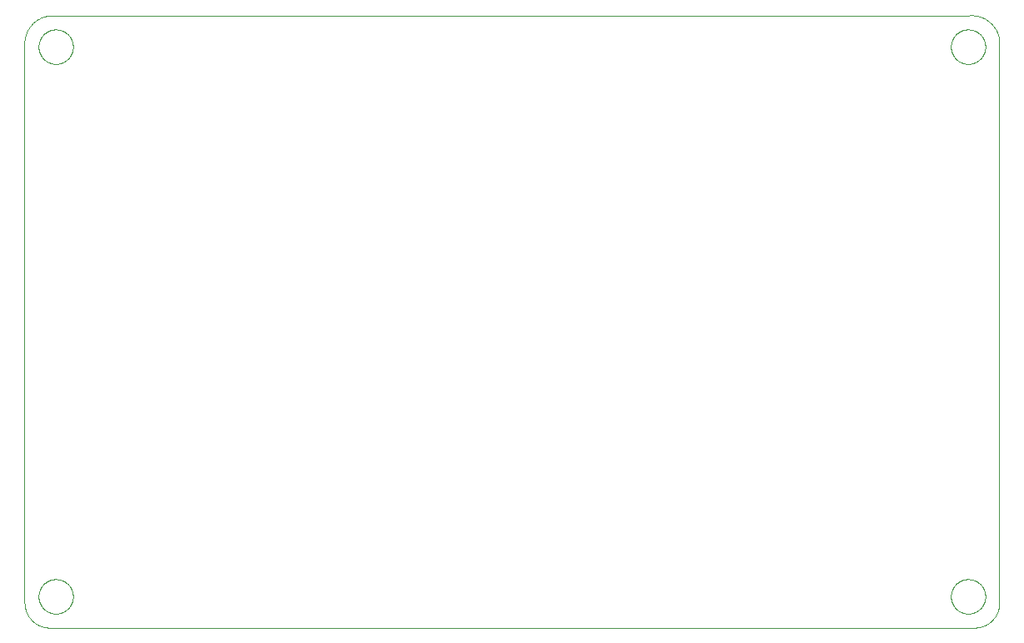
<source format=gbo>
G75*
%MOIN*%
%OFA0B0*%
%FSLAX25Y25*%
%IPPOS*%
%LPD*%
%AMOC8*
5,1,8,0,0,1.08239X$1,22.5*
%
%ADD10C,0.00000*%
D10*
X0031197Y0021379D02*
X0401197Y0021379D01*
X0401439Y0021382D01*
X0401680Y0021391D01*
X0401921Y0021405D01*
X0402162Y0021426D01*
X0402402Y0021452D01*
X0402642Y0021484D01*
X0402881Y0021522D01*
X0403118Y0021565D01*
X0403355Y0021615D01*
X0403590Y0021670D01*
X0403824Y0021730D01*
X0404056Y0021797D01*
X0404287Y0021868D01*
X0404516Y0021946D01*
X0404743Y0022029D01*
X0404968Y0022117D01*
X0405191Y0022211D01*
X0405411Y0022310D01*
X0405629Y0022415D01*
X0405844Y0022524D01*
X0406057Y0022639D01*
X0406267Y0022759D01*
X0406473Y0022884D01*
X0406677Y0023014D01*
X0406878Y0023149D01*
X0407075Y0023289D01*
X0407269Y0023433D01*
X0407459Y0023582D01*
X0407645Y0023736D01*
X0407828Y0023894D01*
X0408007Y0024056D01*
X0408182Y0024223D01*
X0408353Y0024394D01*
X0408520Y0024569D01*
X0408682Y0024748D01*
X0408840Y0024931D01*
X0408994Y0025117D01*
X0409143Y0025307D01*
X0409287Y0025501D01*
X0409427Y0025698D01*
X0409562Y0025899D01*
X0409692Y0026103D01*
X0409817Y0026309D01*
X0409937Y0026519D01*
X0410052Y0026732D01*
X0410161Y0026947D01*
X0410266Y0027165D01*
X0410365Y0027385D01*
X0410459Y0027608D01*
X0410547Y0027833D01*
X0410630Y0028060D01*
X0410708Y0028289D01*
X0410779Y0028520D01*
X0410846Y0028752D01*
X0410906Y0028986D01*
X0410961Y0029221D01*
X0411011Y0029458D01*
X0411054Y0029695D01*
X0411092Y0029934D01*
X0411124Y0030174D01*
X0411150Y0030414D01*
X0411171Y0030655D01*
X0411185Y0030896D01*
X0411194Y0031137D01*
X0411197Y0031379D01*
X0411197Y0256379D01*
X0411163Y0256650D01*
X0411123Y0256921D01*
X0411077Y0257191D01*
X0411024Y0257459D01*
X0410964Y0257726D01*
X0410898Y0257991D01*
X0410826Y0258255D01*
X0410747Y0258517D01*
X0410662Y0258777D01*
X0410571Y0259035D01*
X0410473Y0259290D01*
X0410370Y0259544D01*
X0410260Y0259794D01*
X0410144Y0260042D01*
X0410022Y0260287D01*
X0409895Y0260529D01*
X0409762Y0260768D01*
X0409622Y0261003D01*
X0409478Y0261235D01*
X0409327Y0261464D01*
X0409171Y0261689D01*
X0409010Y0261910D01*
X0408844Y0262127D01*
X0408672Y0262340D01*
X0408495Y0262548D01*
X0408314Y0262753D01*
X0408127Y0262953D01*
X0407935Y0263148D01*
X0407739Y0263339D01*
X0407539Y0263525D01*
X0407334Y0263706D01*
X0407124Y0263882D01*
X0406911Y0264052D01*
X0406693Y0264218D01*
X0406471Y0264378D01*
X0406246Y0264533D01*
X0406017Y0264683D01*
X0405784Y0264827D01*
X0405548Y0264965D01*
X0405309Y0265097D01*
X0405066Y0265224D01*
X0404821Y0265345D01*
X0404573Y0265460D01*
X0404322Y0265568D01*
X0404068Y0265671D01*
X0403812Y0265768D01*
X0403554Y0265858D01*
X0403294Y0265942D01*
X0403032Y0266020D01*
X0402767Y0266091D01*
X0402502Y0266156D01*
X0402235Y0266214D01*
X0401966Y0266266D01*
X0401696Y0266312D01*
X0401426Y0266351D01*
X0401154Y0266383D01*
X0400882Y0266409D01*
X0400609Y0266429D01*
X0400336Y0266441D01*
X0400062Y0266447D01*
X0399789Y0266447D01*
X0399515Y0266440D01*
X0399242Y0266426D01*
X0398969Y0266406D01*
X0398697Y0266379D01*
X0031197Y0266379D01*
X0030921Y0266345D01*
X0030647Y0266304D01*
X0030373Y0266256D01*
X0030100Y0266202D01*
X0029829Y0266141D01*
X0029560Y0266074D01*
X0029292Y0265999D01*
X0029026Y0265919D01*
X0028763Y0265832D01*
X0028501Y0265738D01*
X0028242Y0265638D01*
X0027985Y0265532D01*
X0027731Y0265419D01*
X0027480Y0265300D01*
X0027232Y0265175D01*
X0026987Y0265044D01*
X0026745Y0264907D01*
X0026507Y0264764D01*
X0026272Y0264616D01*
X0026042Y0264461D01*
X0025814Y0264301D01*
X0025591Y0264136D01*
X0025372Y0263965D01*
X0025158Y0263788D01*
X0024947Y0263607D01*
X0024742Y0263420D01*
X0024540Y0263229D01*
X0024344Y0263032D01*
X0024152Y0262831D01*
X0023966Y0262625D01*
X0023785Y0262415D01*
X0023608Y0262200D01*
X0023437Y0261981D01*
X0023272Y0261758D01*
X0023112Y0261531D01*
X0022958Y0261300D01*
X0022809Y0261065D01*
X0022666Y0260826D01*
X0022530Y0260585D01*
X0022399Y0260340D01*
X0022274Y0260092D01*
X0022155Y0259840D01*
X0022043Y0259586D01*
X0021936Y0259330D01*
X0021836Y0259071D01*
X0021743Y0258809D01*
X0021656Y0258545D01*
X0021575Y0258279D01*
X0021501Y0258012D01*
X0021434Y0257742D01*
X0021373Y0257471D01*
X0021319Y0257198D01*
X0021271Y0256925D01*
X0021231Y0256650D01*
X0021197Y0256374D01*
X0021170Y0256098D01*
X0021149Y0255821D01*
X0021136Y0255543D01*
X0021129Y0255266D01*
X0021129Y0254988D01*
X0021136Y0254710D01*
X0021149Y0254433D01*
X0021170Y0254155D01*
X0021197Y0253879D01*
X0021197Y0031379D01*
X0021200Y0031137D01*
X0021209Y0030896D01*
X0021223Y0030655D01*
X0021244Y0030414D01*
X0021270Y0030174D01*
X0021302Y0029934D01*
X0021340Y0029695D01*
X0021383Y0029458D01*
X0021433Y0029221D01*
X0021488Y0028986D01*
X0021548Y0028752D01*
X0021615Y0028520D01*
X0021686Y0028289D01*
X0021764Y0028060D01*
X0021847Y0027833D01*
X0021935Y0027608D01*
X0022029Y0027385D01*
X0022128Y0027165D01*
X0022233Y0026947D01*
X0022342Y0026732D01*
X0022457Y0026519D01*
X0022577Y0026309D01*
X0022702Y0026103D01*
X0022832Y0025899D01*
X0022967Y0025698D01*
X0023107Y0025501D01*
X0023251Y0025307D01*
X0023400Y0025117D01*
X0023554Y0024931D01*
X0023712Y0024748D01*
X0023874Y0024569D01*
X0024041Y0024394D01*
X0024212Y0024223D01*
X0024387Y0024056D01*
X0024566Y0023894D01*
X0024749Y0023736D01*
X0024935Y0023582D01*
X0025125Y0023433D01*
X0025319Y0023289D01*
X0025516Y0023149D01*
X0025717Y0023014D01*
X0025921Y0022884D01*
X0026127Y0022759D01*
X0026337Y0022639D01*
X0026550Y0022524D01*
X0026765Y0022415D01*
X0026983Y0022310D01*
X0027203Y0022211D01*
X0027426Y0022117D01*
X0027651Y0022029D01*
X0027878Y0021946D01*
X0028107Y0021868D01*
X0028338Y0021797D01*
X0028570Y0021730D01*
X0028804Y0021670D01*
X0029039Y0021615D01*
X0029276Y0021565D01*
X0029513Y0021522D01*
X0029752Y0021484D01*
X0029992Y0021452D01*
X0030232Y0021426D01*
X0030473Y0021405D01*
X0030714Y0021391D01*
X0030955Y0021382D01*
X0031197Y0021379D01*
X0026807Y0033879D02*
X0026809Y0034048D01*
X0026815Y0034217D01*
X0026826Y0034386D01*
X0026840Y0034554D01*
X0026859Y0034722D01*
X0026882Y0034890D01*
X0026908Y0035057D01*
X0026939Y0035223D01*
X0026974Y0035389D01*
X0027013Y0035553D01*
X0027057Y0035717D01*
X0027104Y0035879D01*
X0027155Y0036040D01*
X0027210Y0036200D01*
X0027269Y0036359D01*
X0027331Y0036516D01*
X0027398Y0036671D01*
X0027469Y0036825D01*
X0027543Y0036977D01*
X0027621Y0037127D01*
X0027702Y0037275D01*
X0027787Y0037421D01*
X0027876Y0037565D01*
X0027968Y0037707D01*
X0028064Y0037846D01*
X0028163Y0037983D01*
X0028265Y0038118D01*
X0028371Y0038250D01*
X0028480Y0038379D01*
X0028592Y0038506D01*
X0028707Y0038630D01*
X0028825Y0038751D01*
X0028946Y0038869D01*
X0029070Y0038984D01*
X0029197Y0039096D01*
X0029326Y0039205D01*
X0029458Y0039311D01*
X0029593Y0039413D01*
X0029730Y0039512D01*
X0029869Y0039608D01*
X0030011Y0039700D01*
X0030155Y0039789D01*
X0030301Y0039874D01*
X0030449Y0039955D01*
X0030599Y0040033D01*
X0030751Y0040107D01*
X0030905Y0040178D01*
X0031060Y0040245D01*
X0031217Y0040307D01*
X0031376Y0040366D01*
X0031536Y0040421D01*
X0031697Y0040472D01*
X0031859Y0040519D01*
X0032023Y0040563D01*
X0032187Y0040602D01*
X0032353Y0040637D01*
X0032519Y0040668D01*
X0032686Y0040694D01*
X0032854Y0040717D01*
X0033022Y0040736D01*
X0033190Y0040750D01*
X0033359Y0040761D01*
X0033528Y0040767D01*
X0033697Y0040769D01*
X0033866Y0040767D01*
X0034035Y0040761D01*
X0034204Y0040750D01*
X0034372Y0040736D01*
X0034540Y0040717D01*
X0034708Y0040694D01*
X0034875Y0040668D01*
X0035041Y0040637D01*
X0035207Y0040602D01*
X0035371Y0040563D01*
X0035535Y0040519D01*
X0035697Y0040472D01*
X0035858Y0040421D01*
X0036018Y0040366D01*
X0036177Y0040307D01*
X0036334Y0040245D01*
X0036489Y0040178D01*
X0036643Y0040107D01*
X0036795Y0040033D01*
X0036945Y0039955D01*
X0037093Y0039874D01*
X0037239Y0039789D01*
X0037383Y0039700D01*
X0037525Y0039608D01*
X0037664Y0039512D01*
X0037801Y0039413D01*
X0037936Y0039311D01*
X0038068Y0039205D01*
X0038197Y0039096D01*
X0038324Y0038984D01*
X0038448Y0038869D01*
X0038569Y0038751D01*
X0038687Y0038630D01*
X0038802Y0038506D01*
X0038914Y0038379D01*
X0039023Y0038250D01*
X0039129Y0038118D01*
X0039231Y0037983D01*
X0039330Y0037846D01*
X0039426Y0037707D01*
X0039518Y0037565D01*
X0039607Y0037421D01*
X0039692Y0037275D01*
X0039773Y0037127D01*
X0039851Y0036977D01*
X0039925Y0036825D01*
X0039996Y0036671D01*
X0040063Y0036516D01*
X0040125Y0036359D01*
X0040184Y0036200D01*
X0040239Y0036040D01*
X0040290Y0035879D01*
X0040337Y0035717D01*
X0040381Y0035553D01*
X0040420Y0035389D01*
X0040455Y0035223D01*
X0040486Y0035057D01*
X0040512Y0034890D01*
X0040535Y0034722D01*
X0040554Y0034554D01*
X0040568Y0034386D01*
X0040579Y0034217D01*
X0040585Y0034048D01*
X0040587Y0033879D01*
X0040585Y0033710D01*
X0040579Y0033541D01*
X0040568Y0033372D01*
X0040554Y0033204D01*
X0040535Y0033036D01*
X0040512Y0032868D01*
X0040486Y0032701D01*
X0040455Y0032535D01*
X0040420Y0032369D01*
X0040381Y0032205D01*
X0040337Y0032041D01*
X0040290Y0031879D01*
X0040239Y0031718D01*
X0040184Y0031558D01*
X0040125Y0031399D01*
X0040063Y0031242D01*
X0039996Y0031087D01*
X0039925Y0030933D01*
X0039851Y0030781D01*
X0039773Y0030631D01*
X0039692Y0030483D01*
X0039607Y0030337D01*
X0039518Y0030193D01*
X0039426Y0030051D01*
X0039330Y0029912D01*
X0039231Y0029775D01*
X0039129Y0029640D01*
X0039023Y0029508D01*
X0038914Y0029379D01*
X0038802Y0029252D01*
X0038687Y0029128D01*
X0038569Y0029007D01*
X0038448Y0028889D01*
X0038324Y0028774D01*
X0038197Y0028662D01*
X0038068Y0028553D01*
X0037936Y0028447D01*
X0037801Y0028345D01*
X0037664Y0028246D01*
X0037525Y0028150D01*
X0037383Y0028058D01*
X0037239Y0027969D01*
X0037093Y0027884D01*
X0036945Y0027803D01*
X0036795Y0027725D01*
X0036643Y0027651D01*
X0036489Y0027580D01*
X0036334Y0027513D01*
X0036177Y0027451D01*
X0036018Y0027392D01*
X0035858Y0027337D01*
X0035697Y0027286D01*
X0035535Y0027239D01*
X0035371Y0027195D01*
X0035207Y0027156D01*
X0035041Y0027121D01*
X0034875Y0027090D01*
X0034708Y0027064D01*
X0034540Y0027041D01*
X0034372Y0027022D01*
X0034204Y0027008D01*
X0034035Y0026997D01*
X0033866Y0026991D01*
X0033697Y0026989D01*
X0033528Y0026991D01*
X0033359Y0026997D01*
X0033190Y0027008D01*
X0033022Y0027022D01*
X0032854Y0027041D01*
X0032686Y0027064D01*
X0032519Y0027090D01*
X0032353Y0027121D01*
X0032187Y0027156D01*
X0032023Y0027195D01*
X0031859Y0027239D01*
X0031697Y0027286D01*
X0031536Y0027337D01*
X0031376Y0027392D01*
X0031217Y0027451D01*
X0031060Y0027513D01*
X0030905Y0027580D01*
X0030751Y0027651D01*
X0030599Y0027725D01*
X0030449Y0027803D01*
X0030301Y0027884D01*
X0030155Y0027969D01*
X0030011Y0028058D01*
X0029869Y0028150D01*
X0029730Y0028246D01*
X0029593Y0028345D01*
X0029458Y0028447D01*
X0029326Y0028553D01*
X0029197Y0028662D01*
X0029070Y0028774D01*
X0028946Y0028889D01*
X0028825Y0029007D01*
X0028707Y0029128D01*
X0028592Y0029252D01*
X0028480Y0029379D01*
X0028371Y0029508D01*
X0028265Y0029640D01*
X0028163Y0029775D01*
X0028064Y0029912D01*
X0027968Y0030051D01*
X0027876Y0030193D01*
X0027787Y0030337D01*
X0027702Y0030483D01*
X0027621Y0030631D01*
X0027543Y0030781D01*
X0027469Y0030933D01*
X0027398Y0031087D01*
X0027331Y0031242D01*
X0027269Y0031399D01*
X0027210Y0031558D01*
X0027155Y0031718D01*
X0027104Y0031879D01*
X0027057Y0032041D01*
X0027013Y0032205D01*
X0026974Y0032369D01*
X0026939Y0032535D01*
X0026908Y0032701D01*
X0026882Y0032868D01*
X0026859Y0033036D01*
X0026840Y0033204D01*
X0026826Y0033372D01*
X0026815Y0033541D01*
X0026809Y0033710D01*
X0026807Y0033879D01*
X0026807Y0253879D02*
X0026809Y0254048D01*
X0026815Y0254217D01*
X0026826Y0254386D01*
X0026840Y0254554D01*
X0026859Y0254722D01*
X0026882Y0254890D01*
X0026908Y0255057D01*
X0026939Y0255223D01*
X0026974Y0255389D01*
X0027013Y0255553D01*
X0027057Y0255717D01*
X0027104Y0255879D01*
X0027155Y0256040D01*
X0027210Y0256200D01*
X0027269Y0256359D01*
X0027331Y0256516D01*
X0027398Y0256671D01*
X0027469Y0256825D01*
X0027543Y0256977D01*
X0027621Y0257127D01*
X0027702Y0257275D01*
X0027787Y0257421D01*
X0027876Y0257565D01*
X0027968Y0257707D01*
X0028064Y0257846D01*
X0028163Y0257983D01*
X0028265Y0258118D01*
X0028371Y0258250D01*
X0028480Y0258379D01*
X0028592Y0258506D01*
X0028707Y0258630D01*
X0028825Y0258751D01*
X0028946Y0258869D01*
X0029070Y0258984D01*
X0029197Y0259096D01*
X0029326Y0259205D01*
X0029458Y0259311D01*
X0029593Y0259413D01*
X0029730Y0259512D01*
X0029869Y0259608D01*
X0030011Y0259700D01*
X0030155Y0259789D01*
X0030301Y0259874D01*
X0030449Y0259955D01*
X0030599Y0260033D01*
X0030751Y0260107D01*
X0030905Y0260178D01*
X0031060Y0260245D01*
X0031217Y0260307D01*
X0031376Y0260366D01*
X0031536Y0260421D01*
X0031697Y0260472D01*
X0031859Y0260519D01*
X0032023Y0260563D01*
X0032187Y0260602D01*
X0032353Y0260637D01*
X0032519Y0260668D01*
X0032686Y0260694D01*
X0032854Y0260717D01*
X0033022Y0260736D01*
X0033190Y0260750D01*
X0033359Y0260761D01*
X0033528Y0260767D01*
X0033697Y0260769D01*
X0033866Y0260767D01*
X0034035Y0260761D01*
X0034204Y0260750D01*
X0034372Y0260736D01*
X0034540Y0260717D01*
X0034708Y0260694D01*
X0034875Y0260668D01*
X0035041Y0260637D01*
X0035207Y0260602D01*
X0035371Y0260563D01*
X0035535Y0260519D01*
X0035697Y0260472D01*
X0035858Y0260421D01*
X0036018Y0260366D01*
X0036177Y0260307D01*
X0036334Y0260245D01*
X0036489Y0260178D01*
X0036643Y0260107D01*
X0036795Y0260033D01*
X0036945Y0259955D01*
X0037093Y0259874D01*
X0037239Y0259789D01*
X0037383Y0259700D01*
X0037525Y0259608D01*
X0037664Y0259512D01*
X0037801Y0259413D01*
X0037936Y0259311D01*
X0038068Y0259205D01*
X0038197Y0259096D01*
X0038324Y0258984D01*
X0038448Y0258869D01*
X0038569Y0258751D01*
X0038687Y0258630D01*
X0038802Y0258506D01*
X0038914Y0258379D01*
X0039023Y0258250D01*
X0039129Y0258118D01*
X0039231Y0257983D01*
X0039330Y0257846D01*
X0039426Y0257707D01*
X0039518Y0257565D01*
X0039607Y0257421D01*
X0039692Y0257275D01*
X0039773Y0257127D01*
X0039851Y0256977D01*
X0039925Y0256825D01*
X0039996Y0256671D01*
X0040063Y0256516D01*
X0040125Y0256359D01*
X0040184Y0256200D01*
X0040239Y0256040D01*
X0040290Y0255879D01*
X0040337Y0255717D01*
X0040381Y0255553D01*
X0040420Y0255389D01*
X0040455Y0255223D01*
X0040486Y0255057D01*
X0040512Y0254890D01*
X0040535Y0254722D01*
X0040554Y0254554D01*
X0040568Y0254386D01*
X0040579Y0254217D01*
X0040585Y0254048D01*
X0040587Y0253879D01*
X0040585Y0253710D01*
X0040579Y0253541D01*
X0040568Y0253372D01*
X0040554Y0253204D01*
X0040535Y0253036D01*
X0040512Y0252868D01*
X0040486Y0252701D01*
X0040455Y0252535D01*
X0040420Y0252369D01*
X0040381Y0252205D01*
X0040337Y0252041D01*
X0040290Y0251879D01*
X0040239Y0251718D01*
X0040184Y0251558D01*
X0040125Y0251399D01*
X0040063Y0251242D01*
X0039996Y0251087D01*
X0039925Y0250933D01*
X0039851Y0250781D01*
X0039773Y0250631D01*
X0039692Y0250483D01*
X0039607Y0250337D01*
X0039518Y0250193D01*
X0039426Y0250051D01*
X0039330Y0249912D01*
X0039231Y0249775D01*
X0039129Y0249640D01*
X0039023Y0249508D01*
X0038914Y0249379D01*
X0038802Y0249252D01*
X0038687Y0249128D01*
X0038569Y0249007D01*
X0038448Y0248889D01*
X0038324Y0248774D01*
X0038197Y0248662D01*
X0038068Y0248553D01*
X0037936Y0248447D01*
X0037801Y0248345D01*
X0037664Y0248246D01*
X0037525Y0248150D01*
X0037383Y0248058D01*
X0037239Y0247969D01*
X0037093Y0247884D01*
X0036945Y0247803D01*
X0036795Y0247725D01*
X0036643Y0247651D01*
X0036489Y0247580D01*
X0036334Y0247513D01*
X0036177Y0247451D01*
X0036018Y0247392D01*
X0035858Y0247337D01*
X0035697Y0247286D01*
X0035535Y0247239D01*
X0035371Y0247195D01*
X0035207Y0247156D01*
X0035041Y0247121D01*
X0034875Y0247090D01*
X0034708Y0247064D01*
X0034540Y0247041D01*
X0034372Y0247022D01*
X0034204Y0247008D01*
X0034035Y0246997D01*
X0033866Y0246991D01*
X0033697Y0246989D01*
X0033528Y0246991D01*
X0033359Y0246997D01*
X0033190Y0247008D01*
X0033022Y0247022D01*
X0032854Y0247041D01*
X0032686Y0247064D01*
X0032519Y0247090D01*
X0032353Y0247121D01*
X0032187Y0247156D01*
X0032023Y0247195D01*
X0031859Y0247239D01*
X0031697Y0247286D01*
X0031536Y0247337D01*
X0031376Y0247392D01*
X0031217Y0247451D01*
X0031060Y0247513D01*
X0030905Y0247580D01*
X0030751Y0247651D01*
X0030599Y0247725D01*
X0030449Y0247803D01*
X0030301Y0247884D01*
X0030155Y0247969D01*
X0030011Y0248058D01*
X0029869Y0248150D01*
X0029730Y0248246D01*
X0029593Y0248345D01*
X0029458Y0248447D01*
X0029326Y0248553D01*
X0029197Y0248662D01*
X0029070Y0248774D01*
X0028946Y0248889D01*
X0028825Y0249007D01*
X0028707Y0249128D01*
X0028592Y0249252D01*
X0028480Y0249379D01*
X0028371Y0249508D01*
X0028265Y0249640D01*
X0028163Y0249775D01*
X0028064Y0249912D01*
X0027968Y0250051D01*
X0027876Y0250193D01*
X0027787Y0250337D01*
X0027702Y0250483D01*
X0027621Y0250631D01*
X0027543Y0250781D01*
X0027469Y0250933D01*
X0027398Y0251087D01*
X0027331Y0251242D01*
X0027269Y0251399D01*
X0027210Y0251558D01*
X0027155Y0251718D01*
X0027104Y0251879D01*
X0027057Y0252041D01*
X0027013Y0252205D01*
X0026974Y0252369D01*
X0026939Y0252535D01*
X0026908Y0252701D01*
X0026882Y0252868D01*
X0026859Y0253036D01*
X0026840Y0253204D01*
X0026826Y0253372D01*
X0026815Y0253541D01*
X0026809Y0253710D01*
X0026807Y0253879D01*
X0391807Y0253879D02*
X0391809Y0254048D01*
X0391815Y0254217D01*
X0391826Y0254386D01*
X0391840Y0254554D01*
X0391859Y0254722D01*
X0391882Y0254890D01*
X0391908Y0255057D01*
X0391939Y0255223D01*
X0391974Y0255389D01*
X0392013Y0255553D01*
X0392057Y0255717D01*
X0392104Y0255879D01*
X0392155Y0256040D01*
X0392210Y0256200D01*
X0392269Y0256359D01*
X0392331Y0256516D01*
X0392398Y0256671D01*
X0392469Y0256825D01*
X0392543Y0256977D01*
X0392621Y0257127D01*
X0392702Y0257275D01*
X0392787Y0257421D01*
X0392876Y0257565D01*
X0392968Y0257707D01*
X0393064Y0257846D01*
X0393163Y0257983D01*
X0393265Y0258118D01*
X0393371Y0258250D01*
X0393480Y0258379D01*
X0393592Y0258506D01*
X0393707Y0258630D01*
X0393825Y0258751D01*
X0393946Y0258869D01*
X0394070Y0258984D01*
X0394197Y0259096D01*
X0394326Y0259205D01*
X0394458Y0259311D01*
X0394593Y0259413D01*
X0394730Y0259512D01*
X0394869Y0259608D01*
X0395011Y0259700D01*
X0395155Y0259789D01*
X0395301Y0259874D01*
X0395449Y0259955D01*
X0395599Y0260033D01*
X0395751Y0260107D01*
X0395905Y0260178D01*
X0396060Y0260245D01*
X0396217Y0260307D01*
X0396376Y0260366D01*
X0396536Y0260421D01*
X0396697Y0260472D01*
X0396859Y0260519D01*
X0397023Y0260563D01*
X0397187Y0260602D01*
X0397353Y0260637D01*
X0397519Y0260668D01*
X0397686Y0260694D01*
X0397854Y0260717D01*
X0398022Y0260736D01*
X0398190Y0260750D01*
X0398359Y0260761D01*
X0398528Y0260767D01*
X0398697Y0260769D01*
X0398866Y0260767D01*
X0399035Y0260761D01*
X0399204Y0260750D01*
X0399372Y0260736D01*
X0399540Y0260717D01*
X0399708Y0260694D01*
X0399875Y0260668D01*
X0400041Y0260637D01*
X0400207Y0260602D01*
X0400371Y0260563D01*
X0400535Y0260519D01*
X0400697Y0260472D01*
X0400858Y0260421D01*
X0401018Y0260366D01*
X0401177Y0260307D01*
X0401334Y0260245D01*
X0401489Y0260178D01*
X0401643Y0260107D01*
X0401795Y0260033D01*
X0401945Y0259955D01*
X0402093Y0259874D01*
X0402239Y0259789D01*
X0402383Y0259700D01*
X0402525Y0259608D01*
X0402664Y0259512D01*
X0402801Y0259413D01*
X0402936Y0259311D01*
X0403068Y0259205D01*
X0403197Y0259096D01*
X0403324Y0258984D01*
X0403448Y0258869D01*
X0403569Y0258751D01*
X0403687Y0258630D01*
X0403802Y0258506D01*
X0403914Y0258379D01*
X0404023Y0258250D01*
X0404129Y0258118D01*
X0404231Y0257983D01*
X0404330Y0257846D01*
X0404426Y0257707D01*
X0404518Y0257565D01*
X0404607Y0257421D01*
X0404692Y0257275D01*
X0404773Y0257127D01*
X0404851Y0256977D01*
X0404925Y0256825D01*
X0404996Y0256671D01*
X0405063Y0256516D01*
X0405125Y0256359D01*
X0405184Y0256200D01*
X0405239Y0256040D01*
X0405290Y0255879D01*
X0405337Y0255717D01*
X0405381Y0255553D01*
X0405420Y0255389D01*
X0405455Y0255223D01*
X0405486Y0255057D01*
X0405512Y0254890D01*
X0405535Y0254722D01*
X0405554Y0254554D01*
X0405568Y0254386D01*
X0405579Y0254217D01*
X0405585Y0254048D01*
X0405587Y0253879D01*
X0405585Y0253710D01*
X0405579Y0253541D01*
X0405568Y0253372D01*
X0405554Y0253204D01*
X0405535Y0253036D01*
X0405512Y0252868D01*
X0405486Y0252701D01*
X0405455Y0252535D01*
X0405420Y0252369D01*
X0405381Y0252205D01*
X0405337Y0252041D01*
X0405290Y0251879D01*
X0405239Y0251718D01*
X0405184Y0251558D01*
X0405125Y0251399D01*
X0405063Y0251242D01*
X0404996Y0251087D01*
X0404925Y0250933D01*
X0404851Y0250781D01*
X0404773Y0250631D01*
X0404692Y0250483D01*
X0404607Y0250337D01*
X0404518Y0250193D01*
X0404426Y0250051D01*
X0404330Y0249912D01*
X0404231Y0249775D01*
X0404129Y0249640D01*
X0404023Y0249508D01*
X0403914Y0249379D01*
X0403802Y0249252D01*
X0403687Y0249128D01*
X0403569Y0249007D01*
X0403448Y0248889D01*
X0403324Y0248774D01*
X0403197Y0248662D01*
X0403068Y0248553D01*
X0402936Y0248447D01*
X0402801Y0248345D01*
X0402664Y0248246D01*
X0402525Y0248150D01*
X0402383Y0248058D01*
X0402239Y0247969D01*
X0402093Y0247884D01*
X0401945Y0247803D01*
X0401795Y0247725D01*
X0401643Y0247651D01*
X0401489Y0247580D01*
X0401334Y0247513D01*
X0401177Y0247451D01*
X0401018Y0247392D01*
X0400858Y0247337D01*
X0400697Y0247286D01*
X0400535Y0247239D01*
X0400371Y0247195D01*
X0400207Y0247156D01*
X0400041Y0247121D01*
X0399875Y0247090D01*
X0399708Y0247064D01*
X0399540Y0247041D01*
X0399372Y0247022D01*
X0399204Y0247008D01*
X0399035Y0246997D01*
X0398866Y0246991D01*
X0398697Y0246989D01*
X0398528Y0246991D01*
X0398359Y0246997D01*
X0398190Y0247008D01*
X0398022Y0247022D01*
X0397854Y0247041D01*
X0397686Y0247064D01*
X0397519Y0247090D01*
X0397353Y0247121D01*
X0397187Y0247156D01*
X0397023Y0247195D01*
X0396859Y0247239D01*
X0396697Y0247286D01*
X0396536Y0247337D01*
X0396376Y0247392D01*
X0396217Y0247451D01*
X0396060Y0247513D01*
X0395905Y0247580D01*
X0395751Y0247651D01*
X0395599Y0247725D01*
X0395449Y0247803D01*
X0395301Y0247884D01*
X0395155Y0247969D01*
X0395011Y0248058D01*
X0394869Y0248150D01*
X0394730Y0248246D01*
X0394593Y0248345D01*
X0394458Y0248447D01*
X0394326Y0248553D01*
X0394197Y0248662D01*
X0394070Y0248774D01*
X0393946Y0248889D01*
X0393825Y0249007D01*
X0393707Y0249128D01*
X0393592Y0249252D01*
X0393480Y0249379D01*
X0393371Y0249508D01*
X0393265Y0249640D01*
X0393163Y0249775D01*
X0393064Y0249912D01*
X0392968Y0250051D01*
X0392876Y0250193D01*
X0392787Y0250337D01*
X0392702Y0250483D01*
X0392621Y0250631D01*
X0392543Y0250781D01*
X0392469Y0250933D01*
X0392398Y0251087D01*
X0392331Y0251242D01*
X0392269Y0251399D01*
X0392210Y0251558D01*
X0392155Y0251718D01*
X0392104Y0251879D01*
X0392057Y0252041D01*
X0392013Y0252205D01*
X0391974Y0252369D01*
X0391939Y0252535D01*
X0391908Y0252701D01*
X0391882Y0252868D01*
X0391859Y0253036D01*
X0391840Y0253204D01*
X0391826Y0253372D01*
X0391815Y0253541D01*
X0391809Y0253710D01*
X0391807Y0253879D01*
X0391807Y0033879D02*
X0391809Y0034048D01*
X0391815Y0034217D01*
X0391826Y0034386D01*
X0391840Y0034554D01*
X0391859Y0034722D01*
X0391882Y0034890D01*
X0391908Y0035057D01*
X0391939Y0035223D01*
X0391974Y0035389D01*
X0392013Y0035553D01*
X0392057Y0035717D01*
X0392104Y0035879D01*
X0392155Y0036040D01*
X0392210Y0036200D01*
X0392269Y0036359D01*
X0392331Y0036516D01*
X0392398Y0036671D01*
X0392469Y0036825D01*
X0392543Y0036977D01*
X0392621Y0037127D01*
X0392702Y0037275D01*
X0392787Y0037421D01*
X0392876Y0037565D01*
X0392968Y0037707D01*
X0393064Y0037846D01*
X0393163Y0037983D01*
X0393265Y0038118D01*
X0393371Y0038250D01*
X0393480Y0038379D01*
X0393592Y0038506D01*
X0393707Y0038630D01*
X0393825Y0038751D01*
X0393946Y0038869D01*
X0394070Y0038984D01*
X0394197Y0039096D01*
X0394326Y0039205D01*
X0394458Y0039311D01*
X0394593Y0039413D01*
X0394730Y0039512D01*
X0394869Y0039608D01*
X0395011Y0039700D01*
X0395155Y0039789D01*
X0395301Y0039874D01*
X0395449Y0039955D01*
X0395599Y0040033D01*
X0395751Y0040107D01*
X0395905Y0040178D01*
X0396060Y0040245D01*
X0396217Y0040307D01*
X0396376Y0040366D01*
X0396536Y0040421D01*
X0396697Y0040472D01*
X0396859Y0040519D01*
X0397023Y0040563D01*
X0397187Y0040602D01*
X0397353Y0040637D01*
X0397519Y0040668D01*
X0397686Y0040694D01*
X0397854Y0040717D01*
X0398022Y0040736D01*
X0398190Y0040750D01*
X0398359Y0040761D01*
X0398528Y0040767D01*
X0398697Y0040769D01*
X0398866Y0040767D01*
X0399035Y0040761D01*
X0399204Y0040750D01*
X0399372Y0040736D01*
X0399540Y0040717D01*
X0399708Y0040694D01*
X0399875Y0040668D01*
X0400041Y0040637D01*
X0400207Y0040602D01*
X0400371Y0040563D01*
X0400535Y0040519D01*
X0400697Y0040472D01*
X0400858Y0040421D01*
X0401018Y0040366D01*
X0401177Y0040307D01*
X0401334Y0040245D01*
X0401489Y0040178D01*
X0401643Y0040107D01*
X0401795Y0040033D01*
X0401945Y0039955D01*
X0402093Y0039874D01*
X0402239Y0039789D01*
X0402383Y0039700D01*
X0402525Y0039608D01*
X0402664Y0039512D01*
X0402801Y0039413D01*
X0402936Y0039311D01*
X0403068Y0039205D01*
X0403197Y0039096D01*
X0403324Y0038984D01*
X0403448Y0038869D01*
X0403569Y0038751D01*
X0403687Y0038630D01*
X0403802Y0038506D01*
X0403914Y0038379D01*
X0404023Y0038250D01*
X0404129Y0038118D01*
X0404231Y0037983D01*
X0404330Y0037846D01*
X0404426Y0037707D01*
X0404518Y0037565D01*
X0404607Y0037421D01*
X0404692Y0037275D01*
X0404773Y0037127D01*
X0404851Y0036977D01*
X0404925Y0036825D01*
X0404996Y0036671D01*
X0405063Y0036516D01*
X0405125Y0036359D01*
X0405184Y0036200D01*
X0405239Y0036040D01*
X0405290Y0035879D01*
X0405337Y0035717D01*
X0405381Y0035553D01*
X0405420Y0035389D01*
X0405455Y0035223D01*
X0405486Y0035057D01*
X0405512Y0034890D01*
X0405535Y0034722D01*
X0405554Y0034554D01*
X0405568Y0034386D01*
X0405579Y0034217D01*
X0405585Y0034048D01*
X0405587Y0033879D01*
X0405585Y0033710D01*
X0405579Y0033541D01*
X0405568Y0033372D01*
X0405554Y0033204D01*
X0405535Y0033036D01*
X0405512Y0032868D01*
X0405486Y0032701D01*
X0405455Y0032535D01*
X0405420Y0032369D01*
X0405381Y0032205D01*
X0405337Y0032041D01*
X0405290Y0031879D01*
X0405239Y0031718D01*
X0405184Y0031558D01*
X0405125Y0031399D01*
X0405063Y0031242D01*
X0404996Y0031087D01*
X0404925Y0030933D01*
X0404851Y0030781D01*
X0404773Y0030631D01*
X0404692Y0030483D01*
X0404607Y0030337D01*
X0404518Y0030193D01*
X0404426Y0030051D01*
X0404330Y0029912D01*
X0404231Y0029775D01*
X0404129Y0029640D01*
X0404023Y0029508D01*
X0403914Y0029379D01*
X0403802Y0029252D01*
X0403687Y0029128D01*
X0403569Y0029007D01*
X0403448Y0028889D01*
X0403324Y0028774D01*
X0403197Y0028662D01*
X0403068Y0028553D01*
X0402936Y0028447D01*
X0402801Y0028345D01*
X0402664Y0028246D01*
X0402525Y0028150D01*
X0402383Y0028058D01*
X0402239Y0027969D01*
X0402093Y0027884D01*
X0401945Y0027803D01*
X0401795Y0027725D01*
X0401643Y0027651D01*
X0401489Y0027580D01*
X0401334Y0027513D01*
X0401177Y0027451D01*
X0401018Y0027392D01*
X0400858Y0027337D01*
X0400697Y0027286D01*
X0400535Y0027239D01*
X0400371Y0027195D01*
X0400207Y0027156D01*
X0400041Y0027121D01*
X0399875Y0027090D01*
X0399708Y0027064D01*
X0399540Y0027041D01*
X0399372Y0027022D01*
X0399204Y0027008D01*
X0399035Y0026997D01*
X0398866Y0026991D01*
X0398697Y0026989D01*
X0398528Y0026991D01*
X0398359Y0026997D01*
X0398190Y0027008D01*
X0398022Y0027022D01*
X0397854Y0027041D01*
X0397686Y0027064D01*
X0397519Y0027090D01*
X0397353Y0027121D01*
X0397187Y0027156D01*
X0397023Y0027195D01*
X0396859Y0027239D01*
X0396697Y0027286D01*
X0396536Y0027337D01*
X0396376Y0027392D01*
X0396217Y0027451D01*
X0396060Y0027513D01*
X0395905Y0027580D01*
X0395751Y0027651D01*
X0395599Y0027725D01*
X0395449Y0027803D01*
X0395301Y0027884D01*
X0395155Y0027969D01*
X0395011Y0028058D01*
X0394869Y0028150D01*
X0394730Y0028246D01*
X0394593Y0028345D01*
X0394458Y0028447D01*
X0394326Y0028553D01*
X0394197Y0028662D01*
X0394070Y0028774D01*
X0393946Y0028889D01*
X0393825Y0029007D01*
X0393707Y0029128D01*
X0393592Y0029252D01*
X0393480Y0029379D01*
X0393371Y0029508D01*
X0393265Y0029640D01*
X0393163Y0029775D01*
X0393064Y0029912D01*
X0392968Y0030051D01*
X0392876Y0030193D01*
X0392787Y0030337D01*
X0392702Y0030483D01*
X0392621Y0030631D01*
X0392543Y0030781D01*
X0392469Y0030933D01*
X0392398Y0031087D01*
X0392331Y0031242D01*
X0392269Y0031399D01*
X0392210Y0031558D01*
X0392155Y0031718D01*
X0392104Y0031879D01*
X0392057Y0032041D01*
X0392013Y0032205D01*
X0391974Y0032369D01*
X0391939Y0032535D01*
X0391908Y0032701D01*
X0391882Y0032868D01*
X0391859Y0033036D01*
X0391840Y0033204D01*
X0391826Y0033372D01*
X0391815Y0033541D01*
X0391809Y0033710D01*
X0391807Y0033879D01*
M02*

</source>
